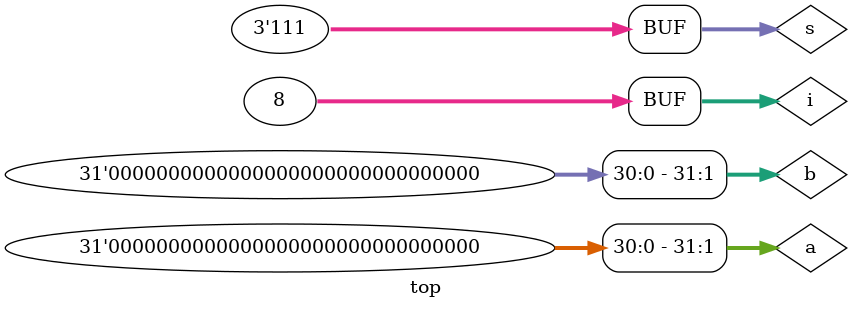
<source format=v>
`include "main.v"

module top;

    reg [31:0] a, b;
    reg [2:0] s;
    wire [31:0] c;
    integer i;

    logicUnit #(32) lu (a, b, s, c);

    initial begin
        for (i = 0; i < 8; i = i + 1) begin
            a = $random;
            b = $random;
            s = i;
            #5;
        end
    end

    initial begin
        $monitor ("a = %b (%d)\nb = %b (%d)\nc = %b (%d)\n", a, a, b, b, c, c);
    end
    
endmodule

</source>
